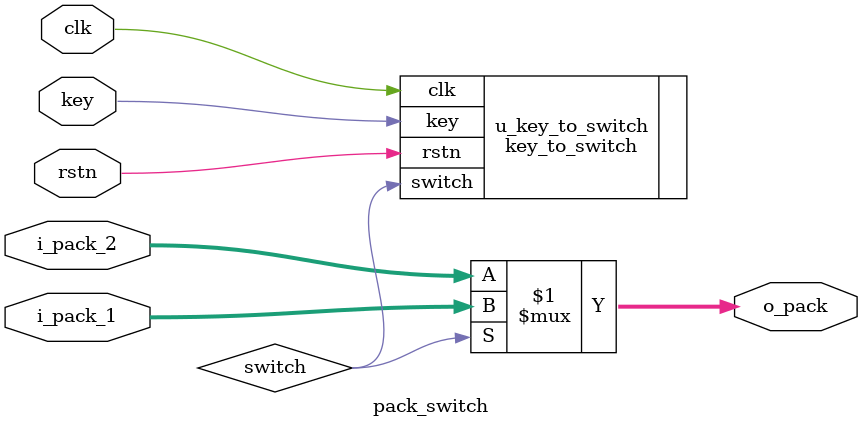
<source format=sv>
module pack_switch #(
    parameter TICK  = 1   ,
    parameter H_ACT = 1280,
    parameter V_ACT = 720
) (
    input                                          clk     ,
    input                                          rstn    ,
    input                                          key     ,
    input  [3*8+4+$clog2(H_ACT)+$clog2(V_ACT)-1:0] i_pack_1,
    input  [3*8+4+$clog2(H_ACT)+$clog2(V_ACT)-1:0] i_pack_2,
    output [3*8+4+$clog2(H_ACT)+$clog2(V_ACT)-1:0] o_pack
);

    wire switch;
    key_to_switch #(
        .TICK(TICK),
        .INIT(1'b1)
    ) u_key_to_switch (
        .clk   (clk   ),
        .rstn  (rstn  ),
        .key   (key   ),
        .switch(switch)
    );

    assign o_pack = switch ? i_pack_1 : i_pack_2;

endmodule : pack_switch

</source>
